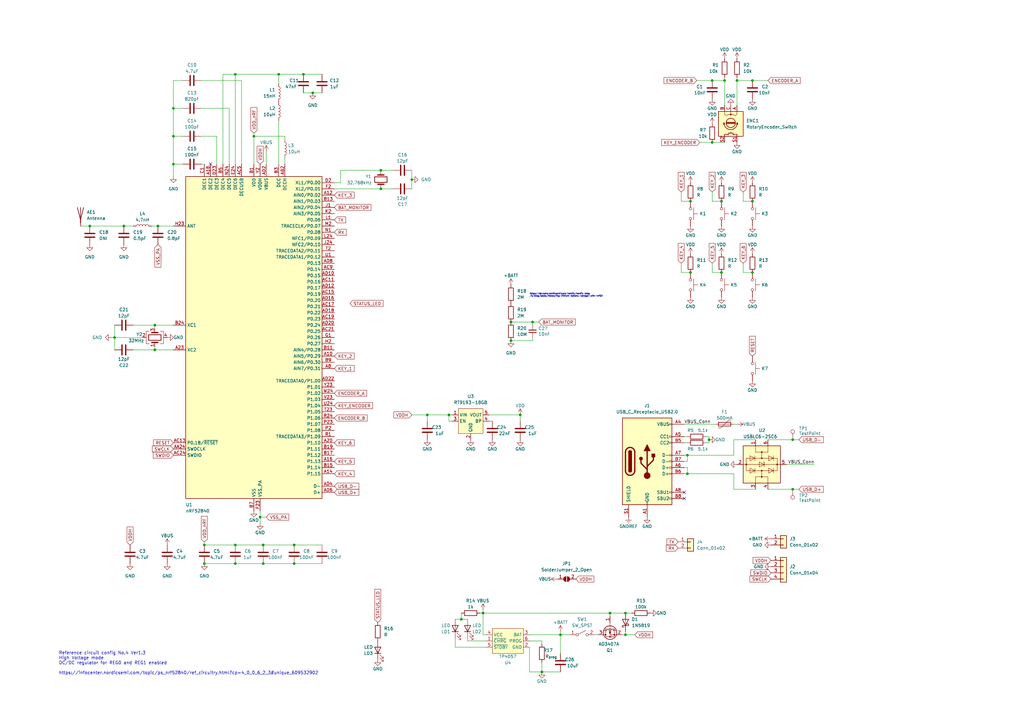
<source format=kicad_sch>
(kicad_sch (version 20211123) (generator eeschema)
  (paper "A3")
  (title_block (title "KP06 Keypad") (rev "1.0") (comment 1 "MIT License, Open source hardware"))
  (junction (at 104.14 55.88))
  (junction (at 325.12 200.66))
  (junction (at 295.91 111.76))
  (junction (at 209.55 139.7))
  (junction (at 256.54 251.46))
  (junction (at 292.1 58.42))
  (junction (at 71.12 55.88))
  (junction (at 283.21 82.55))
  (junction (at 292.1 33.02))
  (junction (at 156.21 69.85))
  (junction (at 83.82 231.14))
  (junction (at 50.8 92.71))
  (junction (at 46.99 138.43))
  (junction (at 64.77 92.71))
  (junction (at 213.36 170.18))
  (junction (at 63.5 133.35))
  (junction (at 96.52 30.48))
  (junction (at 36.83 92.71))
  (junction (at 222.25 275.59))
  (junction (at 156.21 77.47))
  (junction (at 189.23 254))
  (junction (at 256.54 260.35))
  (junction (at 218.44 132.08))
  (junction (at 96.52 231.14))
  (junction (at 63.5 143.51))
  (junction (at 209.55 132.08))
  (junction (at 229.87 260.35))
  (junction (at 71.12 44.45))
  (junction (at 281.94 186.69))
  (junction (at 184.15 170.18))
  (junction (at 83.82 223.52))
  (junction (at 107.95 223.52))
  (junction (at 308.61 111.76))
  (junction (at 295.91 82.55))
  (junction (at 308.61 82.55))
  (junction (at 198.12 251.46))
  (junction (at 297.18 33.02))
  (junction (at 168.91 73.66))
  (junction (at 96.52 223.52))
  (junction (at 283.21 111.76))
  (junction (at 124.46 30.48))
  (junction (at 250.19 251.46))
  (junction (at 281.94 194.31))
  (junction (at 290.83 180.34))
  (junction (at 308.61 33.02))
  (junction (at 175.26 170.18))
  (junction (at 120.65 231.14))
  (junction (at 302.26 33.02))
  (junction (at 107.95 231.14))
  (junction (at 128.27 38.1))
  (junction (at 114.3 30.48))
  (junction (at 106.68 212.09))
  (junction (at 120.65 223.52))
  (junction (at 71.12 67.31))
  (junction (at 325.12 180.34))
  (no_connect (at 280.67 201.93))
  (no_connect (at 280.67 204.47))
  (no_connect (at 86.36 67.31))
  (wire (pts (xy 46.99 133.35) (xy 46.99 138.43)))
  (wire (pts (xy 222.25 275.59) (xy 229.87 275.59)))
  (wire (pts (xy 104.14 55.88) (xy 104.14 67.31)))
  (wire (pts (xy 33.02 92.71) (xy 36.83 92.71)))
  (wire (pts (xy 256.54 259.08) (xy 256.54 260.35)))
  (wire (pts (xy 289.56 181.61) (xy 290.83 181.61)))
  (wire (pts (xy 334.01 190.5) (xy 322.58 190.5)))
  (wire (pts (xy 46.99 138.43) (xy 46.99 143.51)))
  (wire (pts (xy 175.26 172.72) (xy 175.26 170.18)))
  (wire (pts (xy 99.06 67.31) (xy 99.06 33.02)))
  (wire (pts (xy 106.68 212.09) (xy 109.22 212.09)))
  (wire (pts (xy 124.46 30.48) (xy 132.08 30.48)))
  (wire (pts (xy 281.94 186.69) (xy 281.94 189.23)))
  (wire (pts (xy 280.67 186.69) (xy 281.94 186.69)))
  (wire (pts (xy 186.69 261.62) (xy 186.69 265.43)))
  (wire (pts (xy 114.3 30.48) (xy 124.46 30.48)))
  (wire (pts (xy 217.17 260.35) (xy 229.87 260.35)))
  (wire (pts (xy 302.26 33.02) (xy 302.26 43.18)))
  (wire (pts (xy 198.12 251.46) (xy 250.19 251.46)))
  (wire (pts (xy 281.94 186.69) (xy 300.99 186.69)))
  (wire (pts (xy 99.06 33.02) (xy 82.55 33.02)))
  (wire (pts (xy 71.12 72.39) (xy 71.12 67.31)))
  (wire (pts (xy 281.94 181.61) (xy 280.67 181.61)))
  (wire (pts (xy 218.44 138.43) (xy 218.44 139.7)))
  (wire (pts (xy 63.5 133.35) (xy 71.12 133.35)))
  (wire (pts (xy 281.94 179.07) (xy 280.67 179.07)))
  (wire (pts (xy 279.4 78.74) (xy 279.4 82.55)))
  (wire (pts (xy 325.12 200.66) (xy 327.66 200.66)))
  (wire (pts (xy 297.18 33.02) (xy 297.18 43.18)))
  (wire (pts (xy 106.68 209.55) (xy 106.68 212.09)))
  (wire (pts (xy 217.17 275.59) (xy 222.25 275.59)))
  (wire (pts (xy 297.18 31.75) (xy 297.18 33.02)))
  (wire (pts (xy 325.12 200.66) (xy 314.96 200.66)))
  (wire (pts (xy 292.1 107.95) (xy 292.1 111.76)))
  (wire (pts (xy 191.77 261.62) (xy 191.77 262.89)))
  (wire (pts (xy 168.91 69.85) (xy 168.91 73.66)))
  (wire (pts (xy 281.94 191.77) (xy 281.94 194.31)))
  (wire (pts (xy 285.75 33.02) (xy 292.1 33.02)))
  (wire (pts (xy 217.17 262.89) (xy 222.25 262.89)))
  (wire (pts (xy 184.15 172.72) (xy 185.42 172.72)))
  (wire (pts (xy 292.1 82.55) (xy 295.91 82.55)))
  (wire (pts (xy 250.19 251.46) (xy 256.54 251.46)))
  (wire (pts (xy 74.93 44.45) (xy 71.12 44.45)))
  (wire (pts (xy 184.15 170.18) (xy 184.15 172.72)))
  (wire (pts (xy 161.29 77.47) (xy 156.21 77.47)))
  (wire (pts (xy 229.87 259.08) (xy 229.87 260.35)))
  (wire (pts (xy 186.69 265.43) (xy 199.39 265.43)))
  (wire (pts (xy 280.67 189.23) (xy 281.94 189.23)))
  (wire (pts (xy 222.25 262.89) (xy 222.25 264.16)))
  (wire (pts (xy 71.12 143.51) (xy 63.5 143.51)))
  (wire (pts (xy 63.5 133.35) (xy 63.5 134.62)))
  (wire (pts (xy 82.55 67.31) (xy 83.82 67.31)))
  (wire (pts (xy 139.7 74.93) (xy 139.7 69.85)))
  (wire (pts (xy 292.1 33.02) (xy 297.18 33.02)))
  (wire (pts (xy 120.65 223.52) (xy 132.08 223.52)))
  (wire (pts (xy 304.8 107.95) (xy 304.8 111.76)))
  (wire (pts (xy 62.23 92.71) (xy 64.77 92.71)))
  (wire (pts (xy 213.36 170.18) (xy 213.36 172.72)))
  (wire (pts (xy 300.99 200.66) (xy 300.99 194.31)))
  (wire (pts (xy 36.83 92.71) (xy 50.8 92.71)))
  (wire (pts (xy 293.37 173.99) (xy 280.67 173.99)))
  (wire (pts (xy 292.1 58.42) (xy 297.18 58.42)))
  (wire (pts (xy 137.16 74.93) (xy 139.7 74.93)))
  (wire (pts (xy 139.7 69.85) (xy 156.21 69.85)))
  (wire (pts (xy 218.44 139.7) (xy 209.55 139.7)))
  (wire (pts (xy 279.4 107.95) (xy 279.4 111.76)))
  (wire (pts (xy 71.12 67.31) (xy 74.93 67.31)))
  (wire (pts (xy 161.29 69.85) (xy 156.21 69.85)))
  (wire (pts (xy 93.98 67.31) (xy 93.98 44.45)))
  (wire (pts (xy 54.61 143.51) (xy 63.5 143.51)))
  (wire (pts (xy 116.84 64.77) (xy 116.84 67.31)))
  (wire (pts (xy 96.52 231.14) (xy 107.95 231.14)))
  (wire (pts (xy 302.26 33.02) (xy 308.61 33.02)))
  (wire (pts (xy 104.14 54.61) (xy 104.14 55.88)))
  (wire (pts (xy 71.12 44.45) (xy 71.12 33.02)))
  (wire (pts (xy 302.26 173.99) (xy 300.99 173.99)))
  (wire (pts (xy 63.5 143.51) (xy 63.5 142.24)))
  (wire (pts (xy 256.54 260.35) (xy 255.27 260.35)))
  (wire (pts (xy 256.54 260.35) (xy 260.35 260.35)))
  (wire (pts (xy 327.66 180.34) (xy 325.12 180.34)))
  (wire (pts (xy 250.19 251.46) (xy 250.19 252.73)))
  (wire (pts (xy 200.66 170.18) (xy 213.36 170.18)))
  (wire (pts (xy 64.77 92.71) (xy 71.12 92.71)))
  (wire (pts (xy 292.1 78.74) (xy 292.1 82.55)))
  (wire (pts (xy 233.68 260.35) (xy 229.87 260.35)))
  (wire (pts (xy 88.9 67.31) (xy 88.9 55.88)))
  (wire (pts (xy 168.91 73.66) (xy 168.91 77.47)))
  (wire (pts (xy 109.22 62.23) (xy 109.22 67.31)))
  (wire (pts (xy 107.95 223.52) (xy 120.65 223.52)))
  (wire (pts (xy 74.93 55.88) (xy 71.12 55.88)))
  (wire (pts (xy 189.23 254) (xy 191.77 254)))
  (wire (pts (xy 304.8 82.55) (xy 308.61 82.55)))
  (wire (pts (xy 83.82 231.14) (xy 96.52 231.14)))
  (wire (pts (xy 279.4 111.76) (xy 283.21 111.76)))
  (wire (pts (xy 88.9 55.88) (xy 82.55 55.88)))
  (wire (pts (xy 107.95 231.14) (xy 120.65 231.14)))
  (wire (pts (xy 222.25 271.78) (xy 222.25 275.59)))
  (wire (pts (xy 198.12 260.35) (xy 198.12 251.46)))
  (wire (pts (xy 106.68 212.09) (xy 106.68 214.63)))
  (wire (pts (xy 128.27 38.1) (xy 132.08 38.1)))
  (wire (pts (xy 96.52 223.52) (xy 107.95 223.52)))
  (wire (pts (xy 116.84 55.88) (xy 116.84 57.15)))
  (wire (pts (xy 279.4 82.55) (xy 283.21 82.55)))
  (wire (pts (xy 93.98 44.45) (xy 82.55 44.45)))
  (wire (pts (xy 217.17 265.43) (xy 217.17 275.59)))
  (wire (pts (xy 218.44 133.35) (xy 218.44 132.08)))
  (wire (pts (xy 71.12 44.45) (xy 71.12 55.88)))
  (wire (pts (xy 184.15 170.18) (xy 185.42 170.18)))
  (wire (pts (xy 304.8 78.74) (xy 304.8 82.55)))
  (wire (pts (xy 280.67 194.31) (xy 281.94 194.31)))
  (wire (pts (xy 83.82 222.25) (xy 83.82 223.52)))
  (wire (pts (xy 124.46 38.1) (xy 128.27 38.1)))
  (wire (pts (xy 91.44 30.48) (xy 96.52 30.48)))
  (wire (pts (xy 96.52 30.48) (xy 96.52 67.31)))
  (wire (pts (xy 309.88 180.34) (xy 300.99 180.34)))
  (wire (pts (xy 104.14 55.88) (xy 116.84 55.88)))
  (wire (pts (xy 96.52 30.48) (xy 114.3 30.48)))
  (wire (pts (xy 50.8 92.71) (xy 54.61 92.71)))
  (wire (pts (xy 201.93 172.72) (xy 200.66 172.72)))
  (wire (pts (xy 71.12 33.02) (xy 74.93 33.02)))
  (wire (pts (xy 46.99 138.43) (xy 45.72 138.43)))
  (wire (pts (xy 120.65 231.14) (xy 132.08 231.14)))
  (wire (pts (xy 189.23 254) (xy 186.69 254)))
  (wire (pts (xy 287.02 58.42) (xy 292.1 58.42)))
  (wire (pts (xy 114.3 30.48) (xy 114.3 34.29)))
  (wire (pts (xy 290.83 179.07) (xy 290.83 180.34)))
  (wire (pts (xy 58.42 138.43) (xy 46.99 138.43)))
  (wire (pts (xy 280.67 191.77) (xy 281.94 191.77)))
  (wire (pts (xy 218.44 132.08) (xy 220.98 132.08)))
  (wire (pts (xy 198.12 260.35) (xy 199.39 260.35)))
  (wire (pts (xy 308.61 33.02) (xy 314.96 33.02)))
  (wire (pts (xy 292.1 111.76) (xy 295.91 111.76)))
  (wire (pts (xy 290.83 181.61) (xy 290.83 180.34)))
  (wire (pts (xy 71.12 55.88) (xy 71.12 67.31)))
  (wire (pts (xy 196.85 251.46) (xy 198.12 251.46)))
  (wire (pts (xy 300.99 180.34) (xy 300.99 186.69)))
  (wire (pts (xy 229.87 267.97) (xy 229.87 260.35)))
  (wire (pts (xy 281.94 194.31) (xy 300.99 194.31)))
  (wire (pts (xy 168.91 170.18) (xy 175.26 170.18)))
  (wire (pts (xy 191.77 262.89) (xy 199.39 262.89)))
  (wire (pts (xy 91.44 67.31) (xy 91.44 30.48)))
  (wire (pts (xy 309.88 200.66) (xy 300.99 200.66)))
  (wire (pts (xy 259.08 251.46) (xy 256.54 251.46)))
  (wire (pts (xy 325.12 180.34) (xy 314.96 180.34)))
  (wire (pts (xy 83.82 223.52) (xy 96.52 223.52)))
  (wire (pts (xy 304.8 111.76) (xy 308.61 111.76)))
  (wire (pts (xy 302.26 31.75) (xy 302.26 33.02)))
  (wire (pts (xy 189.23 251.46) (xy 189.23 254)))
  (wire (pts (xy 114.3 49.53) (xy 114.3 67.31)))
  (wire (pts (xy 243.84 260.35) (xy 245.11 260.35)))
  (wire (pts (xy 289.56 179.07) (xy 290.83 179.07)))
  (wire (pts (xy 175.26 170.18) (xy 184.15 170.18)))
  (wire (pts (xy 137.16 77.47) (xy 156.21 77.47)))
  (wire (pts (xy 54.61 133.35) (xy 63.5 133.35)))
  (wire (pts (xy 198.12 250.19) (xy 198.12 251.46)))
  (wire (pts (xy 209.55 132.08) (xy 218.44 132.08)))
  (text "Reference circuit config No.4 Ver1.3\nHigh Voltage mode\nDC/DC regulator for REG0 and REG1 enabled\n\nhttps://infocenter.nordicsemi.com/topic/ps_nrf52840/ref_circuitry.html?cp=4_0_0_6_2_3#unique_609532902" (at 24.13 276.86 0) (effects (font (size 1.27 1.27)) (justify left bottom)))
  (text "https://devzone.nordicsemi.com/nordic/nordic-blog\n/b/blog/posts/measuring-lithium-battery-voltage-with-nrf52" (at 217.17 121.92 0) (effects (font (size 0.6096 0.6096)) (justify left bottom)))
  (label "VBUS_Conn" (at 334.01 190.5 180))
  (label "VBUS_Conn" (at 280.67 173.99 0))
  (global_label "VDDH" (shape input) (at 260.35 260.35 0) (property "Intersheet References" "${INTERSHEET_REFS}" (effects hide)))
  (global_label "ENCODER_A" (shape input) (at 137.16 161.29 0) (property "Intersheet References" "${INTERSHEET_REFS}" (effects hide)))
  (global_label "TX" (shape input) (at 137.16 90.17 0) (property "Intersheet References" "${INTERSHEET_REFS}" (effects hide)))
  (global_label "KEY_ENCODER" (shape input) (at 137.16 166.37 0) (property "Intersheet References" "${INTERSHEET_REFS}" (effects hide)))
  (global_label "STATUS_LED" (shape input) (at 143.51 124.46 0) (property "Intersheet References" "${INTERSHEET_REFS}" (effects hide)))
  (global_label "RESET" (shape input) (at 71.12 181.61 180) (property "Intersheet References" "${INTERSHEET_REFS}" (effects hide)))
  (global_label "KEY_2" (shape input) (at 137.16 146.05 0) (property "Intersheet References" "${INTERSHEET_REFS}" (effects hide)))
  (global_label "VDDH" (shape input) (at 236.22 237.49 0) (property "Intersheet References" "${INTERSHEET_REFS}" (effects hide)))
  (global_label "KEY_6" (shape input) (at 304.8 107.95 90) (property "Intersheet References" "${INTERSHEET_REFS}" (effects hide)))
  (global_label "TX" (shape input) (at 278.13 222.25 180) (property "Intersheet References" "${INTERSHEET_REFS}" (effects hide)))
  (global_label "USB_D+" (shape input) (at 137.16 201.93 0) (property "Intersheet References" "${INTERSHEET_REFS}" (effects hide)))
  (global_label "VDDH" (shape input) (at 316.23 229.87 180) (property "Intersheet References" "${INTERSHEET_REFS}" (effects hide)))
  (global_label "RESET" (shape input) (at 308.61 146.05 90) (property "Intersheet References" "${INTERSHEET_REFS}" (effects hide)))
  (global_label "SWDIO" (shape input) (at 71.12 186.69 180) (property "Intersheet References" "${INTERSHEET_REFS}" (effects hide)))
  (global_label "KEY_4" (shape input) (at 279.4 107.95 90) (property "Intersheet References" "${INTERSHEET_REFS}" (effects hide)))
  (global_label "SWCLK" (shape input) (at 316.23 237.49 180) (property "Intersheet References" "${INTERSHEET_REFS}" (effects hide)))
  (global_label "VDDH" (shape input) (at 168.91 170.18 180) (property "Intersheet References" "${INTERSHEET_REFS}" (effects hide)))
  (global_label "ENCODER_A" (shape input) (at 314.96 33.02 0) (property "Intersheet References" "${INTERSHEET_REFS}" (effects hide)))
  (global_label "ENCODER_B" (shape input) (at 137.16 171.45 0) (property "Intersheet References" "${INTERSHEET_REFS}" (effects hide)))
  (global_label "ENCODER_B" (shape input) (at 285.75 33.02 180) (property "Intersheet References" "${INTERSHEET_REFS}" (effects hide)))
  (global_label "KEY_2" (shape input) (at 292.1 78.74 90) (property "Intersheet References" "${INTERSHEET_REFS}" (effects hide)))
  (global_label "USB_D+" (shape input) (at 327.66 200.66 0) (property "Intersheet References" "${INTERSHEET_REFS}" (effects hide)))
  (global_label "KEY_5" (shape input) (at 292.1 107.95 90) (property "Intersheet References" "${INTERSHEET_REFS}" (effects hide)))
  (global_label "SWDIO" (shape input) (at 316.23 234.95 180) (property "Intersheet References" "${INTERSHEET_REFS}" (effects hide)))
  (global_label "RX" (shape input) (at 278.13 224.79 180) (property "Intersheet References" "${INTERSHEET_REFS}" (effects hide)))
  (global_label "USB_D-" (shape input) (at 137.16 199.39 0) (property "Intersheet References" "${INTERSHEET_REFS}" (effects hide)))
  (global_label "KEY_ENCODER" (shape input) (at 287.02 58.42 180) (property "Intersheet References" "${INTERSHEET_REFS}" (effects hide)))
  (global_label "VDD_nRF" (shape input) (at 83.82 222.25 90) (property "Intersheet References" "${INTERSHEET_REFS}" (effects hide)))
  (global_label "KEY_4" (shape input) (at 137.16 194.31 0) (property "Intersheet References" "${INTERSHEET_REFS}" (effects hide)))
  (global_label "KEY_3" (shape input) (at 137.16 80.01 0) (property "Intersheet References" "${INTERSHEET_REFS}" (effects hide)))
  (global_label "BAT_MONITOR" (shape input) (at 220.98 132.08 0) (property "Intersheet References" "${INTERSHEET_REFS}" (effects hide)))
  (global_label "VDDH" (shape input) (at 53.34 223.52 90) (property "Intersheet References" "${INTERSHEET_REFS}" (effects hide)))
  (global_label "KEY_1" (shape input) (at 137.16 151.13 0) (property "Intersheet References" "${INTERSHEET_REFS}" (effects hide)))
  (global_label "KEY_5" (shape input) (at 137.16 189.23 0) (property "Intersheet References" "${INTERSHEET_REFS}" (effects hide)))
  (global_label "KEY_6" (shape input) (at 137.16 181.61 0) (property "Intersheet References" "${INTERSHEET_REFS}" (effects hide)))
  (global_label "VSS_PA" (shape input) (at 109.22 212.09 0) (property "Intersheet References" "${INTERSHEET_REFS}" (effects hide)))
  (global_label "SWCLK" (shape input) (at 71.12 184.15 180) (property "Intersheet References" "${INTERSHEET_REFS}" (effects hide)))
  (global_label "VSS_PA" (shape input) (at 64.77 100.33 270) (property "Intersheet References" "${INTERSHEET_REFS}" (effects hide)))
  (global_label "BAT_MONITOR" (shape input) (at 137.16 85.09 0) (property "Intersheet References" "${INTERSHEET_REFS}" (effects hide)))
  (global_label "STATUS_LED" (shape input) (at 154.94 255.27 90) (property "Intersheet References" "${INTERSHEET_REFS}" (effects hide)))
  (global_label "RX" (shape input) (at 137.16 95.25 0) (property "Intersheet References" "${INTERSHEET_REFS}" (effects hide)))
  (global_label "USB_D-" (shape input) (at 327.66 180.34 0) (property "Intersheet References" "${INTERSHEET_REFS}" (effects hide)))
  (global_label "KEY_1" (shape input) (at 279.4 78.74 90) (property "Intersheet References" "${INTERSHEET_REFS}" (effects hide)))
  (global_label "VDDH" (shape input) (at 106.68 67.31 90) (property "Intersheet References" "${INTERSHEET_REFS}" (effects hide)))
  (global_label "VDD_nRF" (shape input) (at 104.14 54.61 90) (property "Intersheet References" "${INTERSHEET_REFS}" (effects hide)))
  (global_label "KEY_3" (shape input) (at 304.8 78.74 90) (property "Intersheet References" "${INTERSHEET_REFS}" (effects hide)))
  (symbol (lib_id "Diode:1N5819") (at 256.54 255.27 90) (unit 1)
    (property "Reference" "D1" (at 260.35 254 90))
    (property "Value" "1N5819" (at 262.89 256.54 90))
    (property "Footprint" "Diode_SMD:D_SOD-123" (effects hide))
    (property "Datasheet" "http://www.vishay.com/docs/88525/1n5817.pdf" (effects hide))
  )
  (symbol (lib_id "Device:C") (at 165.1 77.47 90) (unit 1)
    (property "Reference" "C17" (at 165.1 83.82 90))
    (property "Value" "12pF" (at 165.1 81.28 90))
    (property "Footprint" "Capacitor_SMD:C_0402_1005Metric" (effects hide))
  )
  (symbol (lib_id "power:VDD") (at 292.1 50.8 0) (unit 1)
    (property "Reference" "#PWR09" (effects hide))
    (property "Value" "VDD" (at 292.1 46.99 0))
  )
  (symbol (lib_id "Device:C") (at 124.46 34.29 180) (unit 1)
    (property "Reference" "C11" (at 120.65 33.02 0))
    (property "Value" "47nF" (at 119.38 35.56 0))
    (property "Footprint" "Capacitor_SMD:C_0402_1005Metric" (effects hide))
  )
  (symbol (lib_id "Device:C") (at 68.58 227.33 180) (unit 1)
    (property "Reference" "C4" (at 73.66 226.06 0))
    (property "Value" "4.7uF" (at 73.66 228.6 0))
    (property "Footprint" "Capacitor_SMD:C_0603_1608Metric" (effects hide))
  )
  (symbol (lib_id "power:GND") (at 106.68 214.63 0) (unit 1)
    (property "Reference" "#PWR042" (effects hide))
    (property "Value" "GND" (at 106.68 218.44 0))
  )
  (symbol (lib_id "Connector_Generic:Conn_01x02") (at 283.21 222.25 0) (unit 1)
    (property "Reference" "J4" (at 285.75 222.2499 0) (effects (justify left)))
    (property "Value" "Conn_01x02" (at 285.75 224.7899 0) (effects (justify left)))
    (property "Footprint" "Connector_PinHeader_2.00mm:PinHeader_1x02_P2.00mm_Vertical" (effects hide))
  )
  (symbol (lib_id "power:GND") (at 128.27 38.1 0) (unit 1)
    (property "Reference" "#PWR031" (effects hide))
    (property "Value" "GND" (at 128.27 43.18 0))
  )
  (symbol (lib_id "power:GND") (at 154.94 270.51 0) (unit 1)
    (property "Reference" "#PWR048" (effects hide))
    (property "Value" "GND" (at 154.94 274.32 0))
  )
  (symbol (lib_id "Device:C") (at 78.74 33.02 90) (unit 1)
    (property "Reference" "C10" (at 78.74 26.67 90))
    (property "Value" "4.7uF" (at 78.74 29.21 90))
    (property "Footprint" "Capacitor_SMD:C_0603_1608Metric" (effects hide))
  )
  (symbol (lib_id "Device:R") (at 209.55 135.89 0) (unit 1)
    (property "Reference" "R20" (at 212.09 134.6199 0) (effects (justify left)))
    (property "Value" "10M" (at 212.09 137.1599 0) (effects (justify left)))
    (property "Footprint" "Resistor_SMD:R_0603_1608Metric" (effects hide))
  )
  (symbol (lib_id "Device:LED") (at 154.94 266.7 90) (unit 1)
    (property "Reference" "LD3" (at 151.13 267.97 90))
    (property "Value" "LED" (at 151.13 265.43 90))
    (property "Footprint" "LED_SMD:LED_0603_1608Metric" (effects hide))
  )
  (symbol (lib_id "Device:R") (at 209.55 120.65 0) (unit 1)
    (property "Reference" "R18" (at 212.09 119.3799 0) (effects (justify left)))
    (property "Value" "2M" (at 212.09 121.9199 0) (effects (justify left)))
    (property "Footprint" "Resistor_SMD:R_0603_1608Metric" (effects hide))
  )
  (symbol (lib_id "Device:L") (at 114.3 45.72 0) (unit 1)
    (property "Reference" "L2" (at 110.49 44.45 0) (effects (justify left)))
    (property "Value" "10uH" (at 107.95 46.99 0) (effects (justify left)))
    (property "Footprint" "Inductor_SMD:L_0603_1608Metric" (effects hide))
  )
  (symbol (lib_id "power:VDD") (at 295.91 104.14 0) (unit 1)
    (property "Reference" "#PWR020" (effects hide))
    (property "Value" "VDD" (at 295.91 100.33 0))
  )
  (symbol (lib_id "power:GND") (at 68.58 138.43 90) (unit 1)
    (property "Reference" "#PWR0102" (effects hide))
    (property "Value" "GND" (at 71.12 138.43 90) (effects (justify right)))
  )
  (symbol (lib_id "Device:C") (at 78.74 55.88 90) (unit 1)
    (property "Reference" "C14" (at 78.74 49.53 90))
    (property "Value" "100pF" (at 78.74 52.07 90))
    (property "Footprint" "Capacitor_SMD:C_0402_1005Metric" (effects hide))
  )
  (symbol (lib_id "Connector_Generic:Conn_01x04") (at 321.31 232.41 0) (unit 1)
    (property "Reference" "J2" (at 323.85 232.4099 0) (effects (justify left)))
    (property "Value" "Conn_01x04" (at 323.85 234.9499 0) (effects (justify left)))
    (property "Footprint" "Connector_PinHeader_2.54mm:PinHeader_1x04_P2.54mm_Vertical" (effects hide))
  )
  (symbol (lib_id "Device:R") (at 283.21 78.74 0) (unit 1)
    (property "Reference" "R8" (at 285.75 77.4699 0) (effects (justify left)))
    (property "Value" "R" (at 285.75 80.0099 0) (effects (justify left)))
    (property "Footprint" "Resistor_SMD:R_0603_1608Metric" (effects hide))
  )
  (symbol (lib_id "power:GND") (at 168.91 73.66 90) (unit 1)
    (property "Reference" "#PWR034" (effects hide))
    (property "Value" "GND" (at 172.72 73.6599 90) (effects (justify right)))
  )
  (symbol (lib_id "power:GNDREF") (at 257.81 212.09 0) (unit 1)
    (property "Reference" "#PWR011" (effects hide))
    (property "Value" "GNDREF" (at 257.81 215.9 0))
  )
  (symbol (lib_id "Device:C") (at 53.34 227.33 180) (unit 1)
    (property "Reference" "C3" (at 58.42 226.06 0))
    (property "Value" "4.7uF" (at 58.42 228.6 0))
    (property "Footprint" "Capacitor_SMD:C_0603_1608Metric" (effects hide))
  )
  (symbol (lib_id "power:GND") (at 292.1 40.64 0) (unit 1)
    (property "Reference" "#PWR06" (effects hide))
    (property "Value" "GND" (at 292.1 44.45 0))
  )
  (symbol (lib_id "Device:C") (at 292.1 36.83 180) (unit 1)
    (property "Reference" "C1" (at 288.29 35.56 0) (effects (justify left)))
    (property "Value" "10nF" (at 289.56 38.1 0) (effects (justify left)))
    (property "Footprint" "Capacitor_SMD:C_0603_1608Metric" (effects hide))
  )
  (symbol (lib_id "Device:R") (at 285.75 179.07 270) (unit 1)
    (property "Reference" "R5" (at 283.21 176.53 90))
    (property "Value" "5.1k" (at 288.29 176.53 90))
    (property "Footprint" "Resistor_SMD:R_0603_1608Metric" (effects hide))
  )
  (symbol (lib_id "power:+BATT") (at 229.87 259.08 0) (unit 1)
    (property "Reference" "#PWR047" (effects hide))
    (property "Value" "+BATT" (at 229.87 255.27 0))
  )
  (symbol (lib_id "power:VDD") (at 213.36 170.18 0) (unit 1)
    (property "Reference" "#PWR027" (effects hide))
    (property "Value" "VDD" (at 213.36 166.37 0))
  )
  (symbol (lib_id "power:VDD") (at 308.61 104.14 0) (unit 1)
    (property "Reference" "#PWR021" (effects hide))
    (property "Value" "VDD" (at 308.61 100.33 0))
  )
  (symbol (lib_id "Device:C_Small") (at 218.44 135.89 180) (unit 1)
    (property "Reference" "C27" (at 220.7768 134.7216 0) (effects (justify right)))
    (property "Value" "10nF" (at 220.7768 137.033 0) (effects (justify right)))
    (property "Footprint" "Capacitor_SMD:C_0603_1608Metric" (effects hide))
  )
  (symbol (lib_id "Connector_Generic:Conn_01x02") (at 321.31 220.98 0) (unit 1)
    (property "Reference" "J3" (at 323.85 220.9799 0) (effects (justify left)))
    (property "Value" "Conn_01x02" (at 323.85 223.5199 0) (effects (justify left)))
    (property "Footprint" "Connector_JST:JST_PH_B2B-PH-K_1x02_P2.00mm_Vertical" (effects hide))
  )
  (symbol (lib_id "Device:L") (at 114.3 38.1 0) (unit 1)
    (property "Reference" "L1" (at 110.49 36.83 0) (effects (justify left)))
    (property "Value" "15nH" (at 107.95 39.37 0) (effects (justify left)))
    (property "Footprint" "Inductor_SMD:L_0402_1005Metric" (effects hide))
  )
  (symbol (lib_id "Jumper:SolderJumper_2_Open") (at 232.41 237.49 0) (unit 1)
    (property "Reference" "JP1" (at 232.41 231.14 0))
    (property "Value" "SolderJumper_2_Open" (at 232.41 233.68 0))
    (property "Footprint" "Jumper:SolderJumper-2_P1.3mm_Open_TrianglePad1.0x1.5mm" (effects hide))
  )
  (symbol (lib_id "power:GND") (at 266.7 251.46 90) (unit 1)
    (property "Reference" "#PWR046" (effects hide))
    (property "Value" "GND" (at 269.24 251.46 90) (effects (justify right)))
  )
  (symbol (lib_id "power:VBUS") (at 109.22 62.23 0) (unit 1)
    (property "Reference" "#PWR05" (effects hide))
    (property "Value" "VBUS" (at 109.22 58.42 0))
  )
  (symbol (lib_id "power:VBUS") (at 198.12 250.19 0) (unit 1)
    (property "Reference" "#PWR045" (effects hide))
    (property "Value" "VBUS" (at 198.12 246.38 0))
  )
  (symbol (lib_id "power:GND") (at 36.83 100.33 0) (unit 1)
    (property "Reference" "#PWR035" (effects hide))
    (property "Value" "GND" (at 36.83 105.41 0))
  )
  (symbol (lib_id "power:VDD") (at 308.61 74.93 0) (unit 1)
    (property "Reference" "#PWR015" (effects hide))
    (property "Value" "VDD" (at 308.61 71.12 0))
  )
  (symbol (lib_id "power:GND") (at 316.23 232.41 270) (unit 1)
    (property "Reference" "#PWR0104" (effects hide))
    (property "Value" "GND" (at 311.15 232.41 90))
  )
  (symbol (lib_id "Transistor_FET:AO3401A") (at 250.19 257.81 90) (mirror x) (unit 1)
    (property "Reference" "Q1" (at 251.46 266.7 90) (effects (justify left)))
    (property "Value" "AO3407A" (at 254 264.16 90) (effects (justify left)))
    (property "Footprint" "Package_TO_SOT_SMD:SOT-23" (effects hide))
    (property "Datasheet" "http://www.aosmd.com/pdfs/datasheet/AO3401A.pdf" (effects hide))
  )
  (symbol (lib_id "power:VDD") (at 295.91 74.93 0) (unit 1)
    (property "Reference" "#PWR014" (effects hide))
    (property "Value" "VDD" (at 295.91 71.12 0))
  )
  (symbol (lib_id "power:VDD") (at 297.18 24.13 0) (unit 1)
    (property "Reference" "#PWR01" (effects hide))
    (property "Value" "VDD" (at 297.18 20.32 0))
  )
  (symbol (lib_id "power:GND") (at 68.58 231.14 0) (unit 1)
    (property "Reference" "#PWR029" (effects hide))
    (property "Value" "GND" (at 68.58 236.22 0))
  )
  (symbol (lib_id "MCU_Nordic:nRF52840") (at 104.14 138.43 0) (unit 1)
    (property "Reference" "U1" (at 76.2 207.01 0) (effects (justify left)))
    (property "Value" "nRF52840" (at 76.2 209.55 0) (effects (justify left)))
    (property "Footprint" "Package_DFN_QFN:Nordic_AQFN-73-1EP_7x7mm_P0.5mm" (effects hide))
    (property "Datasheet" "http://infocenter.nordicsemi.com/topic/com.nordic.infocenter.nrf52/dita/nrf52/chips/nrf52840.html" (effects hide))
  )
  (symbol (lib_id "Switch:SW_Push") (at 295.91 116.84 270) (unit 1)
    (property "Reference" "K5" (at 300.99 116.84 90))
    (property "Value" "SW_Push" (effects hide))
    (property "Footprint" "key-switches:MX_switch_Gateron_hotswap_A" (effects hide))
  )
  (symbol (lib_id "Device:C") (at 50.8 143.51 90) (unit 1)
    (property "Reference" "C22" (at 50.8 149.86 90))
    (property "Value" "12pF" (at 50.8 147.32 90))
    (property "Footprint" "Capacitor_SMD:C_0402_1005Metric" (effects hide))
  )
  (symbol (lib_id "Device:Crystal_GND24") (at 63.5 138.43 90) (unit 1)
    (property "Reference" "Y2" (at 57.15 137.16 90))
    (property "Value" "32MHz" (at 55.88 139.7 90))
    (property "Footprint" "Crystal:Crystal_SMD_2016-4Pin_2.0x1.6mm" (effects hide))
  )
  (symbol (lib_id "Device:R") (at 308.61 107.95 0) (unit 1)
    (property "Reference" "R13" (at 311.15 106.6799 0) (effects (justify left)))
    (property "Value" "R" (at 311.15 109.2199 0) (effects (justify left)))
    (property "Footprint" "Resistor_SMD:R_0603_1608Metric" (effects hide))
  )
  (symbol (lib_id "power:GND") (at 295.91 121.92 0) (unit 1)
    (property "Reference" "#PWR023" (effects hide))
    (property "Value" "GND" (at 295.91 125.73 0))
  )
  (symbol (lib_id "power:GND") (at 213.36 180.34 0) (unit 1)
    (property "Reference" "#PWR040" (effects hide))
    (property "Value" "GND" (at 213.36 184.15 0))
  )
  (symbol (lib_id "power:GND") (at 50.8 100.33 0) (unit 1)
    (property "Reference" "#PWR036" (effects hide))
    (property "Value" "GND" (at 50.8 105.41 0))
  )
  (symbol (lib_id "power:GND") (at 201.93 180.34 0) (unit 1)
    (property "Reference" "#PWR039" (effects hide))
    (property "Value" "GND" (at 201.93 184.15 0))
  )
  (symbol (lib_id "Device:C") (at 96.52 227.33 180) (unit 1)
    (property "Reference" "C6" (at 101.6 226.06 0))
    (property "Value" "1uF" (at 101.6 228.6 0))
    (property "Footprint" "Capacitor_SMD:C_0603_1608Metric" (effects hide))
  )
  (symbol (lib_id "Switch:SW_Push") (at 295.91 87.63 270) (unit 1)
    (property "Reference" "K2" (at 300.99 87.63 90))
    (property "Value" "SW_Push" (effects hide))
    (property "Footprint" "key-switches:MX_switch_Gateron_hotswap_A" (effects hide))
  )
  (symbol (lib_id "Device:C") (at 83.82 227.33 180) (unit 1)
    (property "Reference" "C5" (at 88.9 226.06 0))
    (property "Value" "4.7uF" (at 88.9 228.6 0))
    (property "Footprint" "Capacitor_SMD:C_0603_1608Metric" (effects hide))
  )
  (symbol (lib_id "power:GND") (at 316.23 223.52 270) (unit 1)
    (property "Reference" "#PWR044" (effects hide))
    (property "Value" "GND" (at 308.61 223.52 90) (effects (justify left)))
  )
  (symbol (lib_id "Device:R") (at 283.21 107.95 0) (unit 1)
    (property "Reference" "R11" (at 285.75 106.6799 0) (effects (justify left)))
    (property "Value" "R" (at 285.75 109.2199 0) (effects (justify left)))
    (property "Footprint" "Resistor_SMD:R_0603_1608Metric" (effects hide))
  )
  (symbol (lib_id "Device:R") (at 209.55 128.27 0) (unit 1)
    (property "Reference" "R19" (at 212.09 126.9999 0) (effects (justify left)))
    (property "Value" "2M" (at 212.09 129.5399 0) (effects (justify left)))
    (property "Footprint" "Resistor_SMD:R_0603_1608Metric" (effects hide))
  )
  (symbol (lib_id "Device:LED") (at 186.69 257.81 90) (unit 1)
    (property "Reference" "LD1" (at 182.88 259.08 90))
    (property "Value" "LED" (at 182.88 256.54 90))
    (property "Footprint" "LED_SMD:LED_0603_1608Metric" (effects hide))
  )
  (symbol (lib_id "Device:C") (at 229.87 271.78 180) (unit 1)
    (property "Reference" "C26" (at 233.68 270.51 0))
    (property "Value" "10uF" (at 234.95 273.05 0))
    (property "Footprint" "Capacitor_SMD:C_0603_1608Metric" (effects hide))
  )
  (symbol (lib_id "Device:C") (at 165.1 69.85 90) (unit 1)
    (property "Reference" "C16" (at 165.1 63.5 90))
    (property "Value" "12pF" (at 165.1 66.04 90))
    (property "Footprint" "Capacitor_SMD:C_0402_1005Metric" (effects hide))
  )
  (symbol (lib_id "Device:C") (at 201.93 176.53 180) (unit 1)
    (property "Reference" "C24" (at 205.74 175.26 0))
    (property "Value" "22nF" (at 207.01 177.8 0))
    (property "Footprint" "Capacitor_SMD:C_0603_1608Metric" (effects hide))
  )
  (symbol (lib_id "power:GND") (at 265.43 212.09 0) (unit 1)
    (property "Reference" "#PWR012" (effects hide))
    (property "Value" "GND" (at 265.43 215.9 0))
  )
  (symbol (lib_id "power:VBUS") (at 302.26 173.99 270) (unit 1)
    (property "Reference" "#PWR03" (effects hide))
    (property "Value" "VBUS" (at 307.34 173.99 90))
  )
  (symbol (lib_id "power:GND") (at 302.26 190.5 270) (unit 1)
    (property "Reference" "#PWR0103" (effects hide))
    (property "Value" "GND" (at 297.18 190.5 90))
  )
  (symbol (lib_id "Device:C") (at 50.8 133.35 90) (unit 1)
    (property "Reference" "C21" (at 50.8 127 90))
    (property "Value" "12pF" (at 50.8 129.54 90))
    (property "Footprint" "Capacitor_SMD:C_0402_1005Metric" (effects hide))
  )
  (symbol (lib_id "power:GND") (at 175.26 180.34 0) (unit 1)
    (property "Reference" "#PWR032" (effects hide))
    (property "Value" "GND" (at 175.26 184.15 0))
  )
  (symbol (lib_id "Device:C") (at 175.26 176.53 180) (unit 1)
    (property "Reference" "C23" (at 179.07 175.26 0))
    (property "Value" "1uF" (at 180.34 177.8 0))
    (property "Footprint" "Capacitor_SMD:C_0603_1608Metric" (effects hide))
  )
  (symbol (lib_id "Device:C") (at 107.95 227.33 180) (unit 1)
    (property "Reference" "C7" (at 113.03 226.06 0))
    (property "Value" "100nF" (at 113.03 228.6 0))
    (property "Footprint" "Capacitor_SMD:C_0402_1005Metric" (effects hide))
  )
  (symbol (lib_id "Switch:SW_SPST") (at 238.76 260.35 0) (unit 1)
    (property "Reference" "SW1" (at 238.76 254 0))
    (property "Value" "SW_SPST" (at 238.76 256.54 0))
    (property "Footprint" "Button_Switch_SMD:SW_SPDT_PCM12" (effects hide))
  )
  (symbol (lib_id "power:GND") (at 308.61 92.71 0) (unit 1)
    (property "Reference" "#PWR018" (effects hide))
    (property "Value" "GND" (at 308.61 96.52 0))
  )
  (symbol (lib_id "power:GND") (at 299.72 43.18 180) (unit 1)
    (property "Reference" "#PWR08" (effects hide))
    (property "Value" "GND" (at 301.6994 39.37 0) (effects (justify left)))
  )
  (symbol (lib_id "Device:Crystal") (at 156.21 73.66 90) (unit 1)
    (property "Reference" "Y1" (at 149.86 72.39 90) (effects (justify right)))
    (property "Value" "32.768kHz" (at 142.24 74.93 90) (effects (justify right)))
    (property "Footprint" "Crystal:Crystal_SMD_3215-2Pin_3.2x1.5mm" (effects hide))
  )
  (symbol (lib_id "Device:Polyfuse") (at 297.18 173.99 90) (unit 1)
    (property "Reference" "F1" (at 297.18 168.91 90))
    (property "Value" "500mA" (at 297.18 171.45 90))
    (property "Footprint" "Fuse:Fuse_1206_3216Metric" (effects hide))
  )
  (symbol (lib_id "power:VDD") (at 302.26 24.13 0) (unit 1)
    (property "Reference" "#PWR02" (effects hide))
    (property "Value" "VDD" (at 302.26 20.32 0))
  )
  (symbol (lib_id "power:GND") (at 71.12 72.39 0) (unit 1)
    (property "Reference" "#PWR033" (effects hide))
    (property "Value" "GND" (at 71.12 77.47 0))
  )
  (symbol (lib_id "Device:R") (at 193.04 251.46 270) (unit 1)
    (property "Reference" "R14" (at 193.04 246.38 90))
    (property "Value" "1k" (at 193.04 248.92 90))
    (property "Footprint" "Resistor_SMD:R_0603_1608Metric" (effects hide))
  )
  (symbol (lib_id "power:GND") (at 104.14 209.55 0) (unit 1)
    (property "Reference" "#PWR041" (effects hide))
    (property "Value" "GND" (at 104.14 213.36 0))
  )
  (symbol (lib_id "power:GND") (at 308.61 121.92 0) (unit 1)
    (property "Reference" "#PWR024" (effects hide))
    (property "Value" "GND" (at 308.61 125.73 0))
  )
  (symbol (lib_id "power:GND") (at 308.61 156.21 0) (unit 1)
    (property "Reference" "#PWR025" (effects hide))
    (property "Value" "GND" (at 308.61 160.02 0))
  )
  (symbol (lib_id "Device:C") (at 120.65 227.33 180) (unit 1)
    (property "Reference" "C8" (at 125.73 226.06 0))
    (property "Value" "100nF" (at 125.73 228.6 0))
    (property "Footprint" "Capacitor_SMD:C_0402_1005Metric" (effects hide))
  )
  (symbol (lib_id "KP06_keypad:TP4057") (at 208.28 262.89 0) (unit 1)
    (property "Reference" "U4" (at 208.28 271.78 0))
    (property "Value" "TP4057" (at 208.28 269.24 0))
    (property "Footprint" "Package_TO_SOT_SMD:SOT-23-6" (effects hide))
  )
  (symbol (lib_id "power:GND") (at 193.04 180.34 0) (unit 1)
    (property "Reference" "#PWR038" (effects hide))
    (property "Value" "GND" (at 193.04 184.15 0))
  )
  (symbol (lib_id "KP06_keypad:RT9193-18GB") (at 193.04 173.99 0) (unit 1)
    (property "Reference" "U3" (at 193.04 162.56 0))
    (property "Value" "RT9193-18GB" (at 193.04 165.1 0))
    (property "Footprint" "Package_TO_SOT_SMD:SOT-23-5" (effects hide))
  )
  (symbol (lib_id "power:+BATT") (at 209.55 116.84 0) (unit 1)
    (property "Reference" "#PWR0101" (effects hide))
    (property "Value" "+BATT" (at 209.55 113.03 0))
  )
  (symbol (lib_id "Device:RotaryEncoder_Switch") (at 299.72 50.8 270) (unit 1)
    (property "Reference" "ENC1" (at 306.07 49.5299 90) (effects (justify left)))
    (property "Value" "RotaryEncoder_Switch" (at 306.07 52.0699 90) (effects (justify left)))
    (property "Footprint" "Rotary_Encoder:RotaryEncoder_Alps_EC11E-Switch_Vertical_H20mm" (effects hide))
  )
  (symbol (lib_id "power:VBUS") (at 228.6 237.49 90) (unit 1)
    (property "Reference" "#PWR0106" (effects hide))
    (property "Value" "VBUS" (at 223.52 237.49 90))
  )
  (symbol (lib_id "Device:R") (at 222.25 267.97 180) (unit 1)
    (property "Reference" "R17" (at 224.79 266.7 0))
    (property "Value" "R_{prog}" (at 226.06 269.24 0))
    (property "Footprint" "Resistor_SMD:R_0603_1608Metric" (effects hide))
  )
  (symbol (lib_id "power:VDD") (at 283.21 104.14 0) (unit 1)
    (property "Reference" "#PWR019" (effects hide))
    (property "Value" "VDD" (at 283.21 100.33 0))
  )
  (symbol (lib_id "power:GND") (at 302.26 58.42 0) (unit 1)
    (property "Reference" "#PWR010" (effects hide))
    (property "Value" "GND" (at 302.26 62.23 0))
  )
  (symbol (lib_id "Device:R") (at 295.91 107.95 0) (unit 1)
    (property "Reference" "R12" (at 298.45 106.6799 0) (effects (justify left)))
    (property "Value" "R" (at 298.45 109.2199 0) (effects (justify left)))
    (property "Footprint" "Resistor_SMD:R_0603_1608Metric" (effects hide))
  )
  (symbol (lib_id "power:GND") (at 45.72 138.43 270) (unit 1)
    (property "Reference" "#PWR037" (effects hide))
    (property "Value" "GND" (at 41.91 138.4299 90) (effects (justify right)))
  )
  (symbol (lib_id "Connector:TestPoint") (at 325.12 180.34 0) (unit 1)
    (property "Reference" "TP1" (at 327.66 175.7679 0) (effects (justify left)))
    (property "Value" "TestPoint" (at 327.66 177.8 0) (effects (justify left)))
    (property "Footprint" "TestPoint:TestPoint_Pad_D2.0mm" (effects hide))
  )
  (symbol (lib_id "Device:C") (at 78.74 67.31 90) (unit 1)
    (property "Reference" "C15" (at 78.74 60.96 90))
    (property "Value" "100nF" (at 78.74 63.5 90))
    (property "Footprint" "Capacitor_SMD:C_0402_1005Metric" (effects hide))
  )
  (symbol (lib_id "Device:Antenna") (at 33.02 87.63 0) (unit 1)
    (property "Reference" "AE1" (at 35.56 86.9949 0) (effects (justify left)))
    (property "Value" "Antenna" (at 35.56 89.5349 0) (effects (justify left)))
    (property "Footprint" "RF_Antenna:Texas_SWRA117D_2.4GHz_Left" (effects hide))
  )
  (symbol (lib_id "power:GND") (at 83.82 231.14 0) (unit 1)
    (property "Reference" "#PWR030" (effects hide))
    (property "Value" "GND" (at 83.82 236.22 0))
  )
  (symbol (lib_id "power:VBUS") (at 68.58 223.52 0) (unit 1)
    (property "Reference" "#PWR026" (effects hide))
    (property "Value" "VBUS" (at 68.58 219.71 0))
  )
  (symbol (lib_id "Device:R") (at 262.89 251.46 270) (unit 1)
    (property "Reference" "R15" (at 262.89 246.38 90))
    (property "Value" "100k" (at 262.89 248.92 90))
    (property "Footprint" "Resistor_SMD:R_0603_1608Metric" (effects hide))
  )
  (symbol (lib_id "Device:C") (at 78.74 44.45 90) (unit 1)
    (property "Reference" "C13" (at 78.74 38.1 90))
    (property "Value" "820pF" (at 78.74 40.64 90))
    (property "Footprint" "Capacitor_SMD:C_0402_1005Metric" (effects hide))
  )
  (symbol (lib_id "power:GND") (at 283.21 121.92 0) (unit 1)
    (property "Reference" "#PWR022" (effects hide))
    (property "Value" "GND" (at 283.21 125.73 0))
  )
  (symbol (lib_id "power:GND") (at 308.61 40.64 0) (unit 1)
    (property "Reference" "#PWR07" (effects hide))
    (property "Value" "GND" (at 308.61 44.45 0))
  )
  (symbol (lib_id "power:GND") (at 209.55 139.7 0) (unit 1)
    (property "Reference" "#PWR0105" (effects hide))
    (property "Value" "GND" (at 209.55 144.78 0))
  )
  (symbol (lib_id "Device:LED") (at 191.77 257.81 90) (unit 1)
    (property "Reference" "LD2" (at 195.58 259.08 90))
    (property "Value" "LED" (at 195.58 256.54 90))
    (property "Footprint" "LED_SMD:LED_0603_1608Metric" (effects hide))
  )
  (symbol (lib_id "Switch:SW_Push") (at 308.61 87.63 270) (unit 1)
    (property "Reference" "K3" (at 313.69 87.63 90))
    (property "Value" "SW_Push" (effects hide))
    (property "Footprint" "key-switches:MX_switch_Gateron_hotswap_A" (effects hide))
  )
  (symbol (lib_id "Device:L") (at 58.42 92.71 90) (unit 1)
    (property "Reference" "L4" (at 58.42 87.63 90))
    (property "Value" "4.7nH" (at 58.42 90.17 90))
    (property "Footprint" "Inductor_SMD:L_0402_1005Metric" (effects hide))
  )
  (symbol (lib_id "Device:R") (at 295.91 78.74 0) (unit 1)
    (property "Reference" "R9" (at 298.45 77.4699 0) (effects (justify left)))
    (property "Value" "R" (at 298.45 80.0099 0) (effects (justify left)))
    (property "Footprint" "Resistor_SMD:R_0603_1608Metric" (effects hide))
  )
  (symbol (lib_id "power:GND") (at 290.83 180.34 90) (unit 1)
    (property "Reference" "#PWR04" (effects hide))
    (property "Value" "GND" (at 293.37 180.34 90) (effects (justify right)))
  )
  (symbol (lib_id "Connector:USB_C_Receptacle_USB2.0") (at 265.43 189.23 0) (unit 1)
    (property "Reference" "J1" (at 265.43 166.37 0))
    (property "Value" "USB_C_Receptacle_USB2.0" (at 265.43 168.91 0))
    (property "Footprint" "Connector_USB:USB_C_Receptacle_HRO_TYPE-C-31-M-12" (effects hide))
    (property "Datasheet" "https://www.usb.org/sites/default/files/documents/usb_type-c.zip" (effects hide))
  )
  (symbol (lib_id "Device:C") (at 50.8 96.52 0) (unit 1)
    (property "Reference" "C19" (at 54.61 95.2499 0) (effects (justify left)))
    (property "Value" "0.5pF" (at 54.61 97.7899 0) (effects (justify left)))
    (property "Footprint" "Capacitor_SMD:C_0402_1005Metric" (effects hide))
  )
  (symbol (lib_id "power:GND") (at 222.25 275.59 0) (unit 1)
    (property "Reference" "#PWR049" (effects hide))
    (property "Value" "GND" (at 222.25 279.4 0))
  )
  (symbol (lib_id "Power_Protection:USBLC6-2SC6") (at 312.42 190.5 270) (unit 1)
    (property "Reference" "U2" (at 311.15 176.53 90) (effects (justify left)))
    (property "Value" "USBLC6-2SC6" (at 304.8 179.07 90) (effects (justify left)))
    (property "Footprint" "Package_TO_SOT_SMD:SOT-23-6" (effects hide))
    (property "Datasheet" "https://www.st.com/resource/en/datasheet/usblc6-2.pdf" (effects hide))
  )
  (symbol (lib_id "Device:R") (at 154.94 259.08 0) (unit 1)
    (property "Reference" "R16" (at 157.48 257.8099 0) (effects (justify left)))
    (property "Value" "R" (at 157.48 260.3499 0) (effects (justify left)))
    (property "Footprint" "Resistor_SMD:R_0603_1608Metric" (effects hide))
  )
  (symbol (lib_id "power:GND") (at 295.91 92.71 0) (unit 1)
    (property "Reference" "#PWR017" (effects hide))
    (property "Value" "GND" (at 295.91 96.52 0))
  )
  (symbol (lib_id "Device:C") (at 132.08 34.29 180) (unit 1)
    (property "Reference" "C12" (at 137.16 33.02 0))
    (property "Value" "1uF" (at 137.16 35.56 0))
    (property "Footprint" "Capacitor_SMD:C_0603_1608Metric" (effects hide))
  )
  (symbol (lib_id "Device:C") (at 132.08 227.33 180) (unit 1)
    (property "Reference" "C9" (at 137.16 226.06 0))
    (property "Value" "100nF" (at 137.16 228.6 0))
    (property "Footprint" "Capacitor_SMD:C_0402_1005Metric" (effects hide))
  )
  (symbol (lib_id "Device:R") (at 292.1 54.61 0) (unit 1)
    (property "Reference" "R7" (at 288.29 53.34 0))
    (property "Value" "10k" (at 288.29 55.88 0))
    (property "Footprint" "Resistor_SMD:R_0603_1608Metric" (effects hide))
  )
  (symbol (lib_id "Device:R") (at 285.75 181.61 270) (unit 1)
    (property "Reference" "R6" (at 283.21 184.15 90))
    (property "Value" "5.1k" (at 288.29 184.15 90))
    (property "Footprint" "Resistor_SMD:R_0603_1608Metric" (effects hide))
  )
  (symbol (lib_id "Device:R") (at 297.18 27.94 0) (unit 1)
    (property "Reference" "R1" (at 292.1 26.67 0) (effects (justify left)))
    (property "Value" "10k" (at 290.83 29.21 0) (effects (justify left)))
    (property "Footprint" "Resistor_SMD:R_0603_1608Metric" (effects hide))
  )
  (symbol (lib_id "power:GND") (at 283.21 92.71 0) (unit 1)
    (property "Reference" "#PWR016" (effects hide))
    (property "Value" "GND" (at 283.21 96.52 0))
  )
  (symbol (lib_id "Switch:SW_Push") (at 308.61 151.13 270) (unit 1)
    (property "Reference" "K7" (at 313.69 151.13 90))
    (property "Value" "SW_Push" (effects hide))
    (property "Footprint" "Button_Switch_SMD:SW_SPST_PTS645" (effects hide))
  )
  (symbol (lib_id "Device:C") (at 213.36 176.53 180) (unit 1)
    (property "Reference" "C25" (at 217.17 175.26 0))
    (property "Value" "1uF" (at 218.44 177.8 0))
    (property "Footprint" "Capacitor_SMD:C_0603_1608Metric" (effects hide))
  )
  (symbol (lib_id "Switch:SW_Push") (at 283.21 87.63 270) (unit 1)
    (property "Reference" "K1" (at 288.29 87.63 90))
    (property "Value" "SW_Push" (effects hide))
    (property "Footprint" "key-switches:MX_switch_Gateron_hotswap_A" (effects hide))
  )
  (symbol (lib_id "Device:L") (at 116.84 60.96 0) (unit 1)
    (property "Reference" "L3" (at 118.11 59.6899 0) (effects (justify left)))
    (property "Value" "10uH" (at 118.11 62.2299 0) (effects (justify left)))
    (property "Footprint" "Inductor_SMD:L_0603_1608Metric" (effects hide))
  )
  (symbol (lib_id "power:VDD") (at 283.21 74.93 0) (unit 1)
    (property "Reference" "#PWR013" (effects hide))
    (property "Value" "VDD" (at 283.21 71.12 0))
  )
  (symbol (lib_id "power:+BATT") (at 316.23 220.98 90) (unit 1)
    (property "Reference" "#PWR043" (effects hide))
    (property "Value" "+BATT" (at 309.88 220.98 90))
  )
  (symbol (lib_id "Device:R") (at 308.61 78.74 0) (unit 1)
    (property "Reference" "R10" (at 311.15 77.4699 0) (effects (justify left)))
    (property "Value" "R" (at 311.15 80.0099 0) (effects (justify left)))
    (property "Footprint" "Resistor_SMD:R_0603_1608Metric" (effects hide))
  )
  (symbol (lib_id "Device:C") (at 36.83 96.52 0) (unit 1)
    (property "Reference" "C18" (at 40.64 95.2499 0) (effects (justify left)))
    (property "Value" "DNI" (at 40.64 97.7899 0) (effects (justify left)))
    (property "Footprint" "Capacitor_SMD:C_0402_1005Metric" (effects hide))
  )
  (symbol (lib_id "Switch:SW_Push") (at 308.61 116.84 270) (unit 1)
    (property "Reference" "K6" (at 313.69 116.84 90))
    (property "Value" "SW_Push" (effects hide))
    (property "Footprint" "key-switches:MX_switch_Gateron_hotswap_A" (effects hide))
  )
  (symbol (lib_id "power:GND") (at 53.34 231.14 0) (unit 1)
    (property "Reference" "#PWR028" (effects hide))
    (property "Value" "GND" (at 53.34 236.22 0))
  )
  (symbol (lib_id "Device:C") (at 308.61 36.83 0) (unit 1)
    (property "Reference" "C2" (at 312.42 35.56 0) (effects (justify left)))
    (property "Value" "10nF" (at 311.15 38.1 0) (effects (justify left)))
    (property "Footprint" "Capacitor_SMD:C_0603_1608Metric" (effects hide))
  )
  (symbol (lib_id "Connector:TestPoint") (at 325.12 200.66 180) (unit 1)
    (property "Reference" "TP2" (at 327.66 203.2 0) (effects (justify right)))
    (property "Value" "TestPoint" (at 327.66 205.2319 0) (effects (justify right)))
    (property "Footprint" "TestPoint:TestPoint_Pad_D2.0mm" (effects hide))
  )
  (symbol (lib_id "Device:R") (at 302.26 27.94 180) (unit 1)
    (property "Reference" "R2" (at 304.8 26.6699 0) (effects (justify right)))
    (property "Value" "10k" (at 304.8 29.2099 0) (effects (justify right)))
    (property "Footprint" "Resistor_SMD:R_0603_1608Metric" (effects hide))
  )
  (symbol (lib_id "Device:C") (at 64.77 96.52 0) (unit 1)
    (property "Reference" "C20" (at 68.58 95.2499 0) (effects (justify left)))
    (property "Value" "0.8pF" (at 68.58 97.7899 0) (effects (justify left)))
    (property "Footprint" "Capacitor_SMD:C_0402_1005Metric" (effects hide))
  )
  (symbol (lib_id "Switch:SW_Push") (at 283.21 116.84 270) (unit 1)
    (property "Reference" "K4" (at 288.29 116.84 90))
    (property "Value" "SW_Push" (effects hide))
    (property "Footprint" "key-switches:MX_switch_Gateron_hotswap_A" (effects hide))
  )
)
</source>
